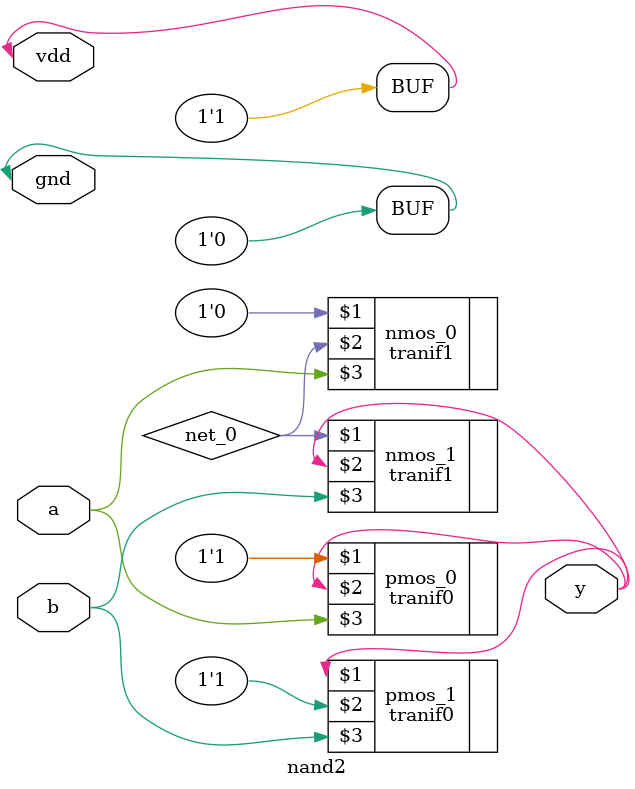
<source format=v>
/* Verilog for cell 'nand2{lay}' from library 'tutorial_vb' */
/* Created on Wed Mar 09, 2011 12:04:10 */
/* Last revised on Tue Mar 15, 2011 23:40:53 */
/* Written on Wed Mar 16, 2011 00:26:56 by Electric VLSI Design System, version 9.00 */

module nand2(a, b, y, vdd, gnd);
  input a;
  input b;
  output y;
  input vdd;
  input gnd;

  supply1 vdd;
  supply0 gnd;
  wire net_0, plnode_0_well, plnode_1_well;

  tranif1 nmos_0(gnd, net_0, a);
  tranif1 nmos_1(net_0, y, b);
  tranif0 pmos_0(vdd, y, a);
  tranif0 pmos_1(y, vdd, b);
endmodule   /* nand2 */

</source>
